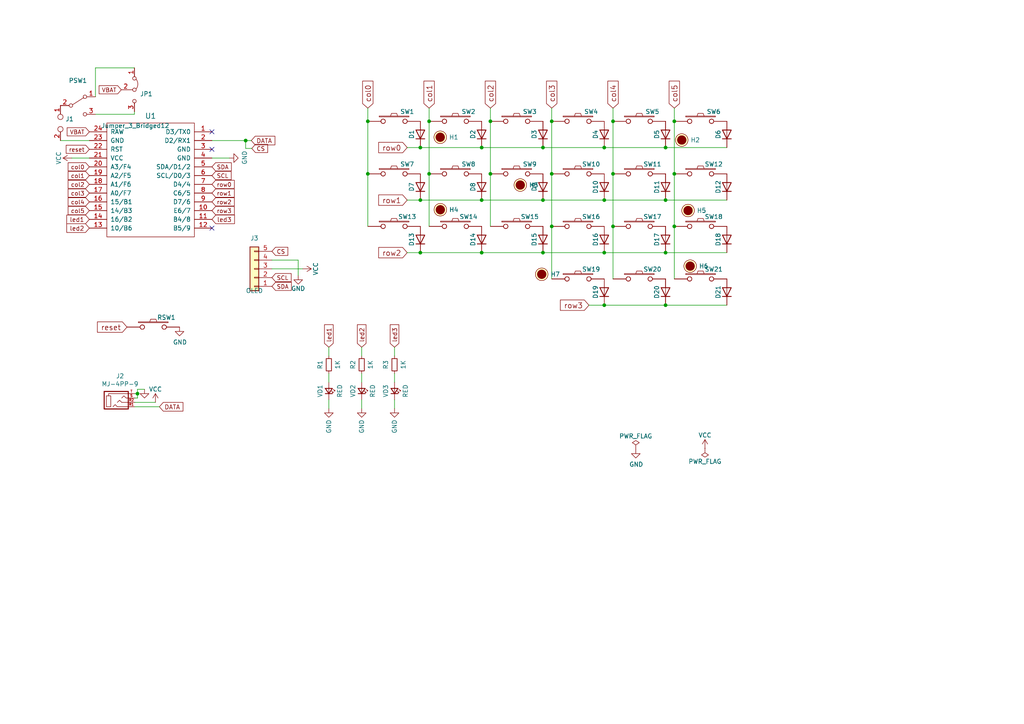
<source format=kicad_sch>
(kicad_sch (version 20250114) (generator "eeschema") (generator_version "9.0")
  (paper "A4")
  (title_block (title "fEnki") (date "2025-05-08") (rev "0.1") (company "Aroum"))
  (lib_symbols
    (symbol "Connector:TestPoint_2Pole" (pin_names (offset 0.762) (hide yes))
      (property "Reference" "TP" (at 0 1.524 0))
      (property "Value" "TestPoint_2Pole" (at 0 -1.778 0))
      (symbol "TestPoint_2Pole_0_1"
        (circle (center -1.778 0) (radius 0.762))
        (circle (center 1.778 0) (radius 0.762))
        (pin passive line (at -5.08 0 0) (length 2.54) (name "1") (number "1"))
        (pin passive line (at 5.08 0 180) (length 2.54) (name "2") (number "2"))
      )
    )
    (symbol "Connector_Generic:Conn_01x05" (pin_names (offset 1.016) (hide yes))
      (property "Reference" "J" (at 0 7.62 0))
      (property "Value" "Conn_01x05" (at 0 -7.62 0))
      (symbol "Conn_01x05_1_1"
        (rectangle (start -1.27 6.35) (end 1.27 -6.35) (stroke (width 0.254)) (fill (type background)))
        (rectangle (start -1.27 5.207) (end 0 4.953) (stroke (width 0.1524)))
        (rectangle (start -1.27 2.667) (end 0 2.413) (stroke (width 0.1524)))
        (rectangle (start -1.27 0.127) (end 0 -0.127) (stroke (width 0.1524)))
        (rectangle (start -1.27 -2.413) (end 0 -2.667) (stroke (width 0.1524)))
        (rectangle (start -1.27 -4.953) (end 0 -5.207) (stroke (width 0.1524)))
        (pin passive line (at -5.08 5.08 0) (length 3.81) (name "Pin_1") (number "1"))
        (pin passive line (at -5.08 2.54 0) (length 3.81) (name "Pin_2") (number "2"))
        (pin passive line (at -5.08 0 0) (length 3.81) (name "Pin_3") (number "3"))
        (pin passive line (at -5.08 -2.54 0) (length 3.81) (name "Pin_4") (number "4"))
        (pin passive line (at -5.08 -5.08 0) (length 3.81) (name "Pin_5") (number "5"))
      )
    )
    (symbol "Device:D" (pin_numbers (hide yes)) (pin_names (offset 1.016) (hide yes))
      (property "Reference" "D" (at 0 2.54 0))
      (property "Value" "D" (at 0 -2.54 0))
      (symbol "D_0_1"
        (polyline (pts (xy -1.27 1.27) (xy -1.27 -1.27)) (stroke (width 0.254)))
        (polyline (pts (xy 1.27 1.27) (xy 1.27 -1.27) (xy -1.27 0) (xy 1.27 1.27)) (stroke (width 0.254)))
        (polyline (pts (xy 1.27 0) (xy -1.27 0)))
      )
      (symbol "D_1_1"
        (pin passive line (at -3.81 0 0) (length 2.54) (name "K") (number "1"))
        (pin passive line (at 3.81 0 180) (length 2.54) (name "A") (number "2"))
      )
    )
    (symbol "Device:LED_Small" (pin_numbers (hide yes)) (pin_names (offset 0.254) (hide yes))
      (property "Reference" "D" (at -1.27 3.175 0))
      (property "Value" "LED_Small" (at -4.445 -2.54 0))
      (symbol "LED_Small_0_1"
        (polyline (pts (xy -0.762 -1.016) (xy -0.762 1.016)) (stroke (width 0.254)))
        (polyline (pts (xy 0 0.762) (xy -0.508 1.27) (xy -0.254 1.27) (xy -0.508 1.27) (xy -0.508 1.016)))
        (polyline (pts (xy 0.508 1.27) (xy 0 1.778) (xy 0.254 1.778) (xy 0 1.778) (xy 0 1.524)))
        (polyline (pts (xy 0.762 -1.016) (xy -0.762 0) (xy 0.762 1.016) (xy 0.762 -1.016)) (stroke (width 0.254)))
        (polyline (pts (xy 1.016 0) (xy -0.762 0)))
      )
      (symbol "LED_Small_1_1"
        (pin passive line (at -2.54 0 0) (length 1.778) (name "K") (number "1"))
        (pin passive line (at 2.54 0 180) (length 1.778) (name "A") (number "2"))
      )
    )
    (symbol "Device:R_Small" (pin_numbers (hide yes)) (pin_names (offset 0.254) (hide yes))
      (property "Reference" "R" (at 0.762 0.508 0))
      (property "Value" "R_Small" (at 0.762 -1.016 0))
      (symbol "R_Small_0_1"
        (rectangle (start -0.762 1.778) (end 0.762 -1.778) (stroke (width 0.2032)))
      )
      (symbol "R_Small_1_1"
        (pin passive line (at 0 2.54 270) (length 0.762) (name "~") (number "1"))
        (pin passive line (at 0 -2.54 90) (length 0.762) (name "~") (number "2"))
      )
    )
    (symbol "Jumper:Jumper_3_Bridged12" (pin_names (offset 0) (hide yes))
      (property "Reference" "JP" (at -2.54 -2.54 0))
      (property "Value" "Jumper_3_Bridged12" (at 0 2.794 0))
      (symbol "Jumper_3_Bridged12_0_0"
        (circle (center -3.302 0) (radius 0.508))
        (circle (center 0 0) (radius 0.508))
        (circle (center 3.302 0) (radius 0.508))
      )
      (symbol "Jumper_3_Bridged12_0_1"
        (arc (start -3.048 0.508) (mid -1.651 0.9912) (end -0.254 0.508))
        (polyline (pts (xy 0 -1.27) (xy 0 -0.508)))
      )
      (symbol "Jumper_3_Bridged12_1_1"
        (pin passive line (at -6.35 0 0) (length 2.54) (name "A") (number "1"))
        (pin passive line (at 0 -3.81 90) (length 2.54) (name "C") (number "2"))
        (pin passive line (at 6.35 0 180) (length 2.54) (name "B") (number "3"))
      )
    )
    (symbol "Switch:SW_SPDT" (pin_names (offset 0) (hide yes))
      (property "Reference" "SW" (at 0 4.318 0))
      (property "Value" "SW_SPDT" (at 0 -5.08 0))
      (symbol "SW_SPDT_0_0"
        (circle (center -2.032 0) (radius 0.508))
        (circle (center 2.032 -2.54) (radius 0.508))
      )
      (symbol "SW_SPDT_0_1"
        (polyline (pts (xy -1.524 0.254) (xy 1.651 2.286)))
        (circle (center 2.032 2.54) (radius 0.508))
      )
      (symbol "SW_SPDT_1_1"
        (pin passive line (at -5.08 0 0) (length 2.54) (name "B") (number "2"))
        (pin passive line (at 5.08 2.54 180) (length 2.54) (name "A") (number "1"))
        (pin passive line (at 5.08 -2.54 180) (length 2.54) (name "C") (number "3"))
      )
    )
    (symbol "enki_lib:MJ-4PP-9" (pin_names (offset 1.016))
      (property "Reference" "J1" (at 0.7874 7.0104 0))
      (property "Value" "MJ-4PP-9" (at 0.7874 4.699 0))
      (symbol "MJ-4PP-9_0_1"
        (polyline (pts (xy -2.54 1.27) (xy -2.54 1.905) (xy 3.175 1.905)))
        (rectangle (start -1.905 -1.905) (end -3.175 1.27))
        (polyline (pts (xy -1.27 -1.905) (xy -0.635 -1.27) (xy 0 -1.905) (xy 3.175 -1.905)))
        (polyline (pts (xy 0 -0.635) (xy 0.635 0) (xy 1.27 -0.635) (xy 3.175 -0.635)))
        (polyline (pts (xy 1.27 0.635) (xy 1.905 1.27) (xy 2.54 0.635) (xy 3.175 0.635)))
        (rectangle (start 3.175 2.54) (end -3.81 -2.54) (stroke (width 0.3048)))
      )
      (symbol "MJ-4PP-9_1_1"
        (pin input line (at 5.08 1.905 180) (length 2.0066) (name "~") (number "T"))
        (pin input line (at 5.08 0.635 180) (length 2.0066) (name "~") (number "S"))
        (pin input line (at 5.08 -0.635 180) (length 2.0066) (name "~") (number "R2"))
        (pin input line (at 5.08 -1.905 180) (length 2.0066) (name "~") (number "R1"))
      )
    )
    (symbol "kbd:Hole" (pin_names (offset 1.016))
      (property "Reference" "H" (at 0 0 0))
      (symbol "Hole_0_1"
        (circle (center 0 0) (radius 1.27) (fill (type outline)))
        (circle (center 0 0) (radius 1.8288) (fill (type background)))
      )
    )
    (symbol "kbd:Logo" (pin_names (offset 1.016))
      (property "Reference" "U" (at -0.254 1.778 0))
      (property "Value" "Logo" (at -0.254 0.254 0))
    )
    (symbol "kbd:ProMicro_r" (pin_names (offset 1.016))
      (property "Reference" "U" (at 1.27 22.86 0))
      (property "Value" "ProMicro_r" (at 1.27 -15.24 0))
      (symbol "ProMicro_r_0_1"
        (rectangle (start 13.97 20.32) (end -11.43 -12.7))
      )
      (symbol "ProMicro_r_1_1"
        (pin power_out line (at -16.51 17.78 0) (length 5.08) (name "RAW") (number "24"))
        (pin power_in line (at -16.51 15.24 0) (length 5.08) (name "GND") (number "23"))
        (pin input line (at -16.51 12.7 0) (length 5.08) (name "RST") (number "22"))
        (pin power_in line (at -16.51 10.16 0) (length 5.08) (name "VCC") (number "21"))
        (pin bidirectional line (at -16.51 7.62 0) (length 5.08) (name "A3/F4") (number "20"))
        (pin bidirectional line (at -16.51 5.08 0) (length 5.08) (name "A2/F5") (number "19"))
        (pin bidirectional line (at -16.51 2.54 0) (length 5.08) (name "A1/F6") (number "18"))
        (pin bidirectional line (at -16.51 0 0) (length 5.08) (name "A0/F7") (number "17"))
        (pin bidirectional line (at -16.51 -2.54 0) (length 5.08) (name "15/B1") (number "16"))
        (pin bidirectional line (at -16.51 -5.08 0) (length 5.08) (name "14/B3") (number "15"))
        (pin bidirectional line (at -16.51 -7.62 0) (length 5.08) (name "16/B2") (number "14"))
        (pin bidirectional line (at -16.51 -10.16 0) (length 5.08) (name "10/B6") (number "13"))
        (pin bidirectional line (at 19.05 17.78 180) (length 5.08) (name "D3/TX0") (number "1"))
        (pin bidirectional line (at 19.05 15.24 180) (length 5.08) (name "D2/RX1") (number "2"))
        (pin power_in line (at 19.05 12.7 180) (length 5.08) (name "GND") (number "3"))
        (pin power_in line (at 19.05 10.16 180) (length 5.08) (name "GND") (number "4"))
        (pin bidirectional line (at 19.05 7.62 180) (length 5.08) (name "SDA/D1/2") (number "5"))
        (pin bidirectional line (at 19.05 5.08 180) (length 5.08) (name "SCL/D0/3") (number "6"))
        (pin bidirectional line (at 19.05 2.54 180) (length 5.08) (name "D4/4") (number "7"))
        (pin bidirectional line (at 19.05 0 180) (length 5.08) (name "C6/5") (number "8"))
        (pin bidirectional line (at 19.05 -2.54 180) (length 5.08) (name "D7/6") (number "9"))
        (pin bidirectional line (at 19.05 -5.08 180) (length 5.08) (name "E6/7") (number "10"))
        (pin bidirectional line (at 19.05 -7.62 180) (length 5.08) (name "B4/8") (number "11"))
        (pin bidirectional line (at 19.05 -10.16 180) (length 5.08) (name "B5/9") (number "12"))
      )
    )
    (symbol "kbd:SW_PUSH" (pin_numbers (hide yes)) (pin_names (offset 1.016) (hide yes))
      (property "Reference" "SW" (at 3.81 2.794 0))
      (property "Value" "SW_PUSH" (at 0 -2.032 0))
      (symbol "SW_PUSH_0_1"
        (rectangle (start -4.318 1.27) (end 4.318 1.524))
        (polyline (pts (xy -1.016 1.524) (xy -0.762 2.286) (xy 0.762 2.286) (xy 1.016 1.524)))
        (pin passive inverted (at -7.62 0 0) (length 5.08) (name "1") (number "1"))
        (pin passive inverted (at 7.62 0 180) (length 5.08) (name "2") (number "2"))
      )
    )
    (symbol "power:GND" (power) (pin_names (offset 0))
      (property "Value" "GND" (at 0 -3.81 0))
      (symbol "GND_0_1"
        (polyline (pts (xy 0 0) (xy 0 -1.27) (xy 1.27 -1.27) (xy 0 -2.54) (xy -1.27 -1.27) (xy 0 -1.27)))
      )
      (symbol "GND_1_1"
        (pin power_in line (at 0 0 270) (length 0) (hide yes) (name "GND") (number "1"))
      )
    )
    (symbol "power:PWR_FLAG" (power) (pin_numbers (hide yes)) (pin_names (offset 0) (hide yes))
      (property "Value" "PWR_FLAG" (at 0 3.81 0))
      (symbol "PWR_FLAG_0_0"
        (pin power_out line (at 0 0 90) (length 0) (name "pwr") (number "1"))
      )
      (symbol "PWR_FLAG_0_1"
        (polyline (pts (xy 0 0) (xy 0 1.27) (xy -1.016 1.905) (xy 0 2.54) (xy 1.016 1.905) (xy 0 1.27)))
      )
    )
    (symbol "power:VCC" (power) (pin_names (offset 0))
      (property "Value" "VCC" (at 0 3.81 0))
      (symbol "VCC_0_1"
        (polyline (pts (xy -0.762 1.27) (xy 0 2.54)))
        (polyline (pts (xy 0 2.54) (xy 0.762 1.27)))
        (polyline (pts (xy 0 0) (xy 0 2.54)))
      )
      (symbol "VCC_1_1"
        (pin power_in line (at 0 0 90) (length 0) (hide yes) (name "VCC") (number "1"))
      )
    )
  )
  (junction (at 157.48 58.039))
  (junction (at 142.24 35.179))
  (junction (at 195.58 50.419))
  (junction (at 106.68 50.419))
  (junction (at 139.7 73.279))
  (junction (at 121.92 58.039))
  (junction (at 139.7 58.039))
  (junction (at 157.48 42.799))
  (junction (at 121.92 42.799))
  (junction (at 142.24 50.419))
  (junction (at 139.7 42.799))
  (junction (at 39.878 114.173))
  (junction (at 124.46 35.179))
  (junction (at 160.02 35.179))
  (junction (at 175.26 42.799))
  (junction (at 157.48 73.279))
  (junction (at 195.58 35.179))
  (junction (at 195.58 65.659))
  (junction (at 124.46 50.419))
  (junction (at 175.26 88.519))
  (junction (at 177.8 50.419))
  (junction (at 160.02 50.419))
  (junction (at 193.04 73.279))
  (junction (at 175.26 73.279))
  (junction (at 175.26 58.039))
  (junction (at 177.8 65.659))
  (junction (at 193.04 42.799))
  (junction (at 193.04 58.039))
  (junction (at 193.04 88.519))
  (junction (at 160.02 65.659))
  (junction (at 106.68 35.179))
  (junction (at 121.92 73.279))
  (junction (at 71.247 40.767))
  (junction (at 177.8 35.179))
  (no_connect (at 61.468 38.227))
  (no_connect (at 61.468 66.167))
  (no_connect (at 61.468 43.307))
  (wire (pts (xy 106.68 50.419) (xy 106.68 65.659)))
  (wire (pts (xy 38.989 33.147) (xy 38.989 32.385)))
  (wire (pts (xy 157.48 73.279) (xy 175.26 73.279)))
  (wire (pts (xy 195.58 31.369) (xy 195.58 35.179)))
  (wire (pts (xy 95.377 108.331) (xy 95.377 110.871)))
  (wire (pts (xy 139.7 58.039) (xy 157.48 58.039)))
  (wire (pts (xy 95.377 115.951) (xy 95.377 118.491)))
  (wire (pts (xy 39.116 114.173) (xy 39.878 114.173)))
  (wire (pts (xy 39.878 112.903) (xy 39.878 114.173)))
  (wire (pts (xy 175.26 42.799) (xy 193.04 42.799)))
  (wire (pts (xy 195.58 50.419) (xy 195.58 65.659)))
  (wire (pts (xy 160.02 35.179) (xy 160.02 50.419)))
  (wire (pts (xy 61.468 45.847) (xy 66.548 45.847)))
  (wire (pts (xy 124.46 31.369) (xy 124.46 35.179)))
  (wire (pts (xy 175.26 88.519) (xy 193.04 88.519)))
  (wire (pts (xy 157.48 58.039) (xy 175.26 58.039)))
  (wire (pts (xy 193.04 58.039) (xy 210.82 58.039)))
  (wire (pts (xy 160.02 65.659) (xy 160.02 80.899)))
  (wire (pts (xy 25.908 45.847) (xy 20.828 45.847)))
  (wire (pts (xy 121.92 42.799) (xy 139.7 42.799)))
  (wire (pts (xy 39.116 116.713) (xy 45.085 116.713)))
  (wire (pts (xy 118.11 42.799) (xy 121.92 42.799)))
  (wire (pts (xy 139.7 73.279) (xy 157.48 73.279)))
  (wire (pts (xy 114.427 115.951) (xy 114.427 118.491)))
  (wire (pts (xy 195.58 65.659) (xy 195.58 80.899)))
  (wire (pts (xy 193.04 88.519) (xy 210.82 88.519)))
  (wire (pts (xy 124.46 50.419) (xy 124.46 65.659)))
  (wire (pts (xy 114.427 108.331) (xy 114.427 110.871)))
  (wire (pts (xy 177.8 65.659) (xy 177.8 80.899)))
  (wire (pts (xy 78.867 77.978) (xy 87.757 77.978)))
  (wire (pts (xy 193.04 73.279) (xy 210.82 73.279)))
  (wire (pts (xy 118.11 58.039) (xy 121.92 58.039)))
  (wire (pts (xy 39.878 114.173) (xy 39.878 115.443)))
  (wire (pts (xy 114.427 100.711) (xy 114.427 103.251)))
  (wire (pts (xy 104.902 115.951) (xy 104.902 118.491)))
  (wire (pts (xy 73.025 43.053) (xy 71.247 43.053)))
  (wire (pts (xy 195.58 35.179) (xy 195.58 50.419)))
  (wire (pts (xy 86.487 79.883) (xy 86.487 75.438)))
  (wire (pts (xy 61.468 40.767) (xy 71.247 40.767)))
  (wire (pts (xy 142.24 35.179) (xy 142.24 50.419)))
  (wire (pts (xy 160.02 31.369) (xy 160.02 35.179)))
  (wire (pts (xy 27.686 19.685) (xy 27.686 28.067)))
  (wire (pts (xy 95.377 100.711) (xy 95.377 103.251)))
  (wire (pts (xy 121.92 73.279) (xy 139.7 73.279)))
  (wire (pts (xy 175.26 58.039) (xy 193.04 58.039)))
  (wire (pts (xy 106.68 31.369) (xy 106.68 35.179)))
  (wire (pts (xy 39.116 115.443) (xy 39.878 115.443)))
  (wire (pts (xy 71.247 43.053) (xy 71.247 40.767)))
  (wire (pts (xy 177.8 50.419) (xy 177.8 65.659)))
  (wire (pts (xy 104.902 108.331) (xy 104.902 110.871)))
  (wire (pts (xy 27.686 33.147) (xy 38.989 33.147)))
  (wire (pts (xy 175.26 73.279) (xy 193.04 73.279)))
  (wire (pts (xy 118.11 73.279) (xy 121.92 73.279)))
  (wire (pts (xy 142.24 50.419) (xy 142.24 65.659)))
  (wire (pts (xy 86.487 75.438) (xy 78.867 75.438)))
  (wire (pts (xy 25.908 40.767) (xy 17.526 40.767)))
  (wire (pts (xy 170.815 88.519) (xy 175.26 88.519)))
  (wire (pts (xy 142.24 31.369) (xy 142.24 35.179)))
  (wire (pts (xy 160.02 50.419) (xy 160.02 65.659)))
  (wire (pts (xy 121.92 58.039) (xy 139.7 58.039)))
  (wire (pts (xy 71.247 40.767) (xy 72.898 40.767)))
  (wire (pts (xy 193.04 42.799) (xy 210.82 42.799)))
  (wire (pts (xy 124.46 35.179) (xy 124.46 50.419)))
  (wire (pts (xy 139.7 42.799) (xy 157.48 42.799)))
  (wire (pts (xy 177.8 31.369) (xy 177.8 35.179)))
  (wire (pts (xy 177.8 35.179) (xy 177.8 50.419)))
  (wire (pts (xy 157.48 42.799) (xy 175.26 42.799)))
  (wire (pts (xy 41.91 112.903) (xy 39.878 112.903)))
  (wire (pts (xy 106.68 35.179) (xy 106.68 50.419)))
  (wire (pts (xy 104.902 100.711) (xy 104.902 103.251)))
  (wire (pts (xy 39.116 117.983) (xy 46.228 117.983)))
  (wire (pts (xy 27.686 19.685) (xy 38.989 19.685)))
  (global_label "col4" (shape input) (at 25.908 58.547 180) (effects (font (size 1.1938 1.1938))) (property "Intersheetrefs" "${INTERSHEET_REFS}" (effects (hide yes))))
  (global_label "CS" (shape input) (at 73.025 43.053 0) (effects (font (size 1.1938 1.1938))) (property "Intersheetrefs" "${INTERSHEET_REFS}" (effects (hide yes))))
  (global_label "row3" (shape input) (at 170.815 88.519 180) (effects (font (size 1.524 1.524))) (property "Intersheetrefs" "${INTERSHEET_REFS}" (effects (hide yes))))
  (global_label "row1" (shape input) (at 118.11 58.039 180) (effects (font (size 1.524 1.524))) (property "Intersheetrefs" "${INTERSHEET_REFS}" (effects (hide yes))))
  (global_label "row2" (shape input) (at 61.468 58.547 0) (effects (font (size 1.1938 1.1938))) (property "Intersheetrefs" "${INTERSHEET_REFS}" (effects (hide yes))))
  (global_label "led1" (shape input) (at 95.377 100.711 90) (property "Intersheetrefs" "${INTERSHEET_REFS}" (effects (hide yes))))
  (global_label "col3" (shape input) (at 160.02 31.369 90) (effects (font (size 1.524 1.524))) (property "Intersheetrefs" "${INTERSHEET_REFS}" (effects (hide yes))))
  (global_label "col0" (shape input) (at 25.908 48.387 180) (effects (font (size 1.1938 1.1938))) (property "Intersheetrefs" "${INTERSHEET_REFS}" (effects (hide yes))))
  (global_label "col0" (shape input) (at 106.68 31.369 90) (effects (font (size 1.524 1.524))) (property "Intersheetrefs" "${INTERSHEET_REFS}" (effects (hide yes))))
  (global_label "col5" (shape input) (at 195.58 31.369 90) (effects (font (size 1.524 1.524))) (property "Intersheetrefs" "${INTERSHEET_REFS}" (effects (hide yes))))
  (global_label "DATA" (shape input) (at 72.898 40.767 0) (property "Intersheetrefs" "${INTERSHEET_REFS}" (effects (hide yes))))
  (global_label "SCL" (shape input) (at 78.867 80.518 0) (effects (font (size 1.1938 1.1938))) (property "Intersheetrefs" "${INTERSHEET_REFS}" (effects (hide yes))))
  (global_label "row2" (shape input) (at 118.11 73.279 180) (effects (font (size 1.524 1.524))) (property "Intersheetrefs" "${INTERSHEET_REFS}" (effects (hide yes))))
  (global_label "col1" (shape input) (at 25.908 50.927 180) (effects (font (size 1.1938 1.1938))) (property "Intersheetrefs" "${INTERSHEET_REFS}" (effects (hide yes))))
  (global_label "row3" (shape input) (at 61.468 61.087 0) (effects (font (size 1.1938 1.1938))) (property "Intersheetrefs" "${INTERSHEET_REFS}" (effects (hide yes))))
  (global_label "col1" (shape input) (at 124.46 31.369 90) (effects (font (size 1.524 1.524))) (property "Intersheetrefs" "${INTERSHEET_REFS}" (effects (hide yes))))
  (global_label "col4" (shape input) (at 177.8 31.369 90) (effects (font (size 1.524 1.524))) (property "Intersheetrefs" "${INTERSHEET_REFS}" (effects (hide yes))))
  (global_label "VBAT" (shape input) (at 25.908 38.227 180) (effects (font (size 1.1938 1.1938))) (property "Intersheetrefs" "${INTERSHEET_REFS}" (effects (hide yes))))
  (global_label "row1" (shape input) (at 61.468 56.007 0) (effects (font (size 1.1938 1.1938))) (property "Intersheetrefs" "${INTERSHEET_REFS}" (effects (hide yes))))
  (global_label "DATA" (shape input) (at 46.228 117.983 0) (property "Intersheetrefs" "${INTERSHEET_REFS}" (effects (hide yes))))
  (global_label "reset" (shape input) (at 25.908 43.307 180) (effects (font (size 1.1938 1.1938))) (property "Intersheetrefs" "${INTERSHEET_REFS}" (effects (hide yes))))
  (global_label "SDA" (shape input) (at 78.867 83.058 0) (effects (font (size 1.1938 1.1938))) (property "Intersheetrefs" "${INTERSHEET_REFS}" (effects (hide yes))))
  (global_label "led3" (shape input) (at 61.468 63.627 0) (property "Intersheetrefs" "${INTERSHEET_REFS}" (effects (hide yes))))
  (global_label "SDA" (shape input) (at 61.468 48.387 0) (effects (font (size 1.1938 1.1938))) (property "Intersheetrefs" "${INTERSHEET_REFS}" (effects (hide yes))))
  (global_label "col2" (shape input) (at 142.24 31.369 90) (effects (font (size 1.524 1.524))) (property "Intersheetrefs" "${INTERSHEET_REFS}" (effects (hide yes))))
  (global_label "VBAT" (shape input) (at 35.179 26.035 180) (effects (font (size 1.1938 1.1938))) (property "Intersheetrefs" "${INTERSHEET_REFS}" (effects (hide yes))))
  (global_label "led3" (shape input) (at 114.427 100.711 90) (property "Intersheetrefs" "${INTERSHEET_REFS}" (effects (hide yes))))
  (global_label "row0" (shape input) (at 61.468 53.467 0) (effects (font (size 1.1938 1.1938))) (property "Intersheetrefs" "${INTERSHEET_REFS}" (effects (hide yes))))
  (global_label "led1" (shape input) (at 25.908 63.627 180) (property "Intersheetrefs" "${INTERSHEET_REFS}" (effects (hide yes))))
  (global_label "row0" (shape input) (at 118.11 42.799 180) (effects (font (size 1.524 1.524))) (property "Intersheetrefs" "${INTERSHEET_REFS}" (effects (hide yes))))
  (global_label "CS" (shape input) (at 78.867 72.898 0) (effects (font (size 1.1938 1.1938))) (property "Intersheetrefs" "${INTERSHEET_REFS}" (effects (hide yes))))
  (global_label "led2" (shape input) (at 104.902 100.711 90) (property "Intersheetrefs" "${INTERSHEET_REFS}" (effects (hide yes))))
  (global_label "reset" (shape input) (at 36.83 94.869 180) (effects (font (size 1.524 1.524))) (property "Intersheetrefs" "${INTERSHEET_REFS}" (effects (hide yes))))
  (global_label "SCL" (shape input) (at 61.468 50.927 0) (effects (font (size 1.1938 1.1938))) (property "Intersheetrefs" "${INTERSHEET_REFS}" (effects (hide yes))))
  (global_label "led2" (shape input) (at 25.908 66.167 180) (property "Intersheetrefs" "${INTERSHEET_REFS}" (effects (hide yes))))
  (global_label "col2" (shape input) (at 25.908 53.467 180) (effects (font (size 1.1938 1.1938))) (property "Intersheetrefs" "${INTERSHEET_REFS}" (effects (hide yes))))
  (global_label "col5" (shape input) (at 25.908 61.087 180) (effects (font (size 1.1938 1.1938))) (property "Intersheetrefs" "${INTERSHEET_REFS}" (effects (hide yes))))
  (global_label "col3" (shape input) (at 25.908 56.007 180) (effects (font (size 1.1938 1.1938))) (property "Intersheetrefs" "${INTERSHEET_REFS}" (effects (hide yes))))
  (symbol (lib_id "power:VCC") (at 204.47 130.048 0) (unit 1)
    (property "Reference" "#PWR011" (effects (hide yes)))
    (property "Value" "VCC" (at 204.47 126.238 0))
  )
  (symbol (lib_id "power:PWR_FLAG") (at 204.47 130.048 180) (unit 1)
    (property "Reference" "#FLG01" (effects (hide yes)))
    (property "Value" "PWR_FLAG" (at 204.47 133.858 0))
  )
  (symbol (lib_id "kbd:SW_PUSH") (at 44.45 94.869 0) (unit 1)
    (property "Reference" "RSW1" (at 48.26 92.075 0))
    (property "Value" "SW_PUSH" (effects (hide yes)))
    (property "Footprint" "enki_lib:SW_3x4x2_2legs" (effects (hide yes)))
  )
  (symbol (lib_id "kbd:Logo") (at 84.8614 89.6874 0) (unit 1)
    (property "Reference" "logo1" (effects (hide yes)))
    (property "Value" "Logo" (effects (hide yes)))
    (property "Footprint" "enki_lib:Logo_Enki42_mini" (effects (hide yes)))
  )
  (symbol (lib_id "kbd:ProMicro_r") (at 42.418 56.007 0) (unit 1)
    (property "Reference" "U1" (at 43.688 33.6296 0) (effects (font (size 1.524 1.524))))
    (property "Value" "ProMicro_r" (effects (hide yes)))
    (property "Footprint" "enki_lib:ProMicro_v4" (effects (hide yes)))
  )
  (symbol (lib_id "power:VCC") (at 20.828 45.847 90) (unit 1)
    (property "Reference" "#PWR01" (effects (hide yes)))
    (property "Value" "VCC" (at 17.018 45.847 0))
  )
  (symbol (lib_id "Switch:SW_SPDT") (at 22.606 30.607 0) (unit 1)
    (property "Reference" "PSW1" (at 22.606 23.368 0))
    (property "Value" "SW_SPDT" (effects (hide yes)))
    (property "Footprint" "enki_lib:switch_MSK-12C02_smd" (effects (hide yes)))
  )
  (symbol (lib_id "power:PWR_FLAG") (at 184.404 130.302 0) (unit 1)
    (property "Reference" "#FLG02" (effects (hide yes)))
    (property "Value" "PWR_FLAG" (at 184.404 126.492 0))
  )
  (symbol (lib_id "power:GND") (at 184.404 130.302 0) (unit 1)
    (property "Reference" "#PWR012" (effects (hide yes)))
    (property "Value" "GND" (at 184.531 134.6962 0))
  )
  (symbol (lib_id "power:GND") (at 52.07 94.869 0) (unit 1)
    (property "Reference" "#PWR07" (effects (hide yes)))
    (property "Value" "GND" (at 52.197 99.2632 0))
  )
  (symbol (lib_id "power:GND") (at 66.548 45.847 90) (unit 1)
    (property "Reference" "#PWR02" (effects (hide yes)))
    (property "Value" "GND" (at 70.9422 45.72 0))
  )
  (symbol (lib_id "Connector:TestPoint_2Pole") (at 17.526 35.687 270) (unit 1)
    (property "Reference" "J1" (at 18.9992 34.5186 90) (effects (justify left)))
    (property "Value" "TestPoint_2Pole" (effects (hide yes)))
    (property "Footprint" "enki_lib:battery_conn" (effects (hide yes)))
  )
  (symbol (lib_id "kbd:Hole") (at 157.1244 79.5528 0) (unit 1)
    (property "Reference" "H7" (at 159.6644 79.5528 0) (effects (justify left)))
    (property "Value" "Hole" (effects (hide yes)))
    (property "Footprint" "enki_lib:HOLE" (effects (hide yes)))
  )
  (symbol (lib_id "Device:D") (at 175.26 54.229 90) (unit 1)
    (property "Reference" "D10" (at 172.72 54.229 0))
    (property "Value" "D" (effects (hide yes)))
    (property "Footprint" "enki_lib:D_SOD-323_HandSoldering" (effects (hide yes)))
  )
  (symbol (lib_id "kbd:SW_PUSH") (at 185.42 80.899 0) (unit 1)
    (property "Reference" "SW20" (at 189.23 78.105 0))
    (property "Value" "SW_PUSH" (effects (hide yes)))
    (property "Footprint" "enki_lib:ChocV1_topor" (effects (hide yes)))
  )
  (symbol (lib_id "kbd:Hole") (at 199.5678 61.0616 0) (unit 1)
    (property "Reference" "H5" (at 202.1078 61.0616 0) (effects (justify left)))
    (property "Value" "Hole" (effects (hide yes)))
    (property "Footprint" "enki_lib:HOLE" (effects (hide yes)))
  )
  (symbol (lib_id "kbd:SW_PUSH") (at 167.64 50.419 0) (unit 1)
    (property "Reference" "SW10" (at 171.45 47.625 0))
    (property "Value" "SW_PUSH" (effects (hide yes)))
    (property "Footprint" "enki_lib:ChocV1_topor" (effects (hide yes)))
  )
  (symbol (lib_id "kbd:SW_PUSH") (at 203.2 35.179 0) (unit 1)
    (property "Reference" "SW6" (at 207.01 32.385 0))
    (property "Value" "SW_PUSH" (effects (hide yes)))
    (property "Footprint" "enki_lib:ChocV1_topor" (effects (hide yes)))
  )
  (symbol (lib_id "kbd:Hole") (at 197.739 40.6146 0) (unit 1)
    (property "Reference" "H2" (at 200.279 40.6146 0) (effects (justify left)))
    (property "Value" "Hole" (effects (hide yes)))
    (property "Footprint" "enki_lib:HOLE" (effects (hide yes)))
  )
  (symbol (lib_id "kbd:SW_PUSH") (at 167.64 35.179 0) (unit 1)
    (property "Reference" "SW4" (at 171.45 32.385 0))
    (property "Value" "SW_PUSH" (effects (hide yes)))
    (property "Footprint" "enki_lib:ChocV1_topor" (effects (hide yes)))
  )
  (symbol (lib_id "kbd:SW_PUSH") (at 132.08 50.419 0) (unit 1)
    (property "Reference" "SW8" (at 135.89 47.625 0))
    (property "Value" "SW_PUSH" (effects (hide yes)))
    (property "Footprint" "enki_lib:ChocV1_topor" (effects (hide yes)))
  )
  (symbol (lib_id "Device:D") (at 210.82 54.229 90) (unit 1)
    (property "Reference" "D12" (at 208.28 54.229 0))
    (property "Value" "D" (effects (hide yes)))
    (property "Footprint" "enki_lib:D_SOD-323_HandSoldering" (effects (hide yes)))
  )
  (symbol (lib_id "power:VCC") (at 45.085 116.713 0) (unit 1)
    (property "Reference" "#PWR014" (effects (hide yes)))
    (property "Value" "VCC" (at 45.085 112.903 0))
  )
  (symbol (lib_id "Device:D") (at 193.04 38.989 90) (unit 1)
    (property "Reference" "D5" (at 190.5 38.989 0))
    (property "Value" "D" (effects (hide yes)))
    (property "Footprint" "enki_lib:D_SOD-323_HandSoldering" (effects (hide yes)))
  )
  (symbol (lib_id "Device:D") (at 157.48 69.469 90) (unit 1)
    (property "Reference" "D15" (at 154.94 69.469 0))
    (property "Value" "D" (effects (hide yes)))
    (property "Footprint" "enki_lib:D_SOD-323_HandSoldering" (effects (hide yes)))
  )
  (symbol (lib_id "kbd:SW_PUSH") (at 114.3 50.419 0) (unit 1)
    (property "Reference" "SW7" (at 118.11 47.625 0))
    (property "Value" "SW_PUSH" (effects (hide yes)))
    (property "Footprint" "enki_lib:ChocV1_topor" (effects (hide yes)))
  )
  (symbol (lib_id "Device:D") (at 157.48 54.229 90) (unit 1)
    (property "Reference" "D9" (at 154.94 54.229 0))
    (property "Value" "D" (effects (hide yes)))
    (property "Footprint" "enki_lib:D_SOD-323_HandSoldering" (effects (hide yes)))
  )
  (symbol (lib_id "Device:R_Small") (at 114.427 105.791 0) (unit 1)
    (property "Reference" "R3" (at 111.887 105.791 90))
    (property "Value" "1K" (at 116.967 105.791 90))
    (property "Footprint" "didSwitch:R_0603_1608Metric_rev" (effects (hide yes)))
  )
  (symbol (lib_id "kbd:SW_PUSH") (at 167.64 80.899 0) (unit 1)
    (property "Reference" "SW19" (at 171.45 78.105 0))
    (property "Value" "SW_PUSH" (effects (hide yes)))
    (property "Footprint" "enki_lib:ChocV1_topor" (effects (hide yes)))
  )
  (symbol (lib_id "kbd:SW_PUSH") (at 203.2 65.659 0) (unit 1)
    (property "Reference" "SW18" (at 207.01 62.865 0))
    (property "Value" "SW_PUSH" (effects (hide yes)))
    (property "Footprint" "enki_lib:ChocV1_topor" (effects (hide yes)))
  )
  (symbol (lib_id "Device:D") (at 193.04 69.469 90) (unit 1)
    (property "Reference" "D17" (at 190.5 69.469 0))
    (property "Value" "D" (effects (hide yes)))
    (property "Footprint" "enki_lib:D_SOD-323_HandSoldering" (effects (hide yes)))
  )
  (symbol (lib_id "Device:D") (at 139.7 54.229 90) (unit 1)
    (property "Reference" "D8" (at 137.16 54.229 0))
    (property "Value" "D" (effects (hide yes)))
    (property "Footprint" "enki_lib:D_SOD-323_HandSoldering" (effects (hide yes)))
  )
  (symbol (lib_id "kbd:Hole") (at 200.1774 77.1906 0) (unit 1)
    (property "Reference" "H6" (at 202.7174 77.1906 0) (effects (justify left)))
    (property "Value" "Hole" (effects (hide yes)))
    (property "Footprint" "enki_lib:HOLE" (effects (hide yes)))
  )
  (symbol (lib_id "Device:LED_Small") (at 114.427 113.411 270) (mirror x) (unit 1)
    (property "Reference" "VD3" (at 111.887 113.411 0))
    (property "Value" "RED" (at 117.602 113.411 0))
    (property "Footprint" "didSwitch:LED_0603_1608Metric+1.8Е_THT_rev" (effects (hide yes)))
  )
  (symbol (lib_id "Jumper:Jumper_3_Bridged12") (at 38.989 26.035 270) (unit 1)
    (property "Reference" "JP1" (at 40.6152 27.2471 90) (effects (justify left)))
    (property "Value" "Jumper_3_Bridged12" (at 29.337 36.449 90) (effects (justify left)))
  )
  (symbol (lib_id "kbd:SW_PUSH") (at 203.2 50.419 0) (unit 1)
    (property "Reference" "SW12" (at 207.01 47.625 0))
    (property "Value" "SW_PUSH" (effects (hide yes)))
    (property "Footprint" "enki_lib:ChocV1_topor" (effects (hide yes)))
  )
  (symbol (lib_id "kbd:Hole") (at 127.7112 60.833 0) (unit 1)
    (property "Reference" "H4" (at 130.2512 60.833 0) (effects (justify left)))
    (property "Value" "Hole" (effects (hide yes)))
    (property "Footprint" "enki_lib:HOLE" (effects (hide yes)))
  )
  (symbol (lib_id "Device:R_Small") (at 95.377 105.791 0) (unit 1)
    (property "Reference" "R1" (at 92.837 105.791 90))
    (property "Value" "1K" (at 97.917 105.791 90))
    (property "Footprint" "didSwitch:R_0603_1608Metric_rev" (effects (hide yes)))
  )
  (symbol (lib_id "kbd:SW_PUSH") (at 132.08 65.659 0) (unit 1)
    (property "Reference" "SW14" (at 135.89 62.865 0))
    (property "Value" "SW_PUSH" (effects (hide yes)))
    (property "Footprint" "enki_lib:ChocV1_topor" (effects (hide yes)))
  )
  (symbol (lib_id "kbd:SW_PUSH") (at 149.86 50.419 0) (unit 1)
    (property "Reference" "SW9" (at 153.67 47.625 0))
    (property "Value" "SW_PUSH" (effects (hide yes)))
    (property "Footprint" "enki_lib:ChocV1_topor" (effects (hide yes)))
  )
  (symbol (lib_id "Device:R_Small") (at 104.902 105.791 0) (unit 1)
    (property "Reference" "R2" (at 102.362 105.791 90))
    (property "Value" "1K" (at 107.442 105.791 90))
    (property "Footprint" "didSwitch:R_0603_1608Metric_rev" (effects (hide yes)))
  )
  (symbol (lib_id "power:GND") (at 95.377 118.491 0) (unit 1)
    (property "Reference" "#PWR08" (effects (hide yes)))
    (property "Value" "GND" (at 95.3771 121.666 90) (effects (justify right)))
  )
  (symbol (lib_id "Device:D") (at 193.04 84.709 90) (unit 1)
    (property "Reference" "D20" (at 190.5 84.709 0))
    (property "Value" "D" (effects (hide yes)))
    (property "Footprint" "enki_lib:D_SOD-323_HandSoldering" (effects (hide yes)))
  )
  (symbol (lib_id "kbd:SW_PUSH") (at 185.42 50.419 0) (unit 1)
    (property "Reference" "SW11" (at 189.23 47.625 0))
    (property "Value" "SW_PUSH" (effects (hide yes)))
    (property "Footprint" "enki_lib:ChocV1_topor" (effects (hide yes)))
  )
  (symbol (lib_id "Device:D") (at 210.82 84.709 90) (unit 1)
    (property "Reference" "D21" (at 208.28 84.709 0))
    (property "Value" "D" (effects (hide yes)))
    (property "Footprint" "enki_lib:D_SOD-323_HandSoldering" (effects (hide yes)))
  )
  (symbol (lib_id "Device:D") (at 175.26 69.469 90) (unit 1)
    (property "Reference" "D16" (at 172.72 69.469 0))
    (property "Value" "D" (effects (hide yes)))
    (property "Footprint" "enki_lib:D_SOD-323_HandSoldering" (effects (hide yes)))
  )
  (symbol (lib_id "Device:D") (at 193.04 54.229 90) (unit 1)
    (property "Reference" "D11" (at 190.5 54.229 0))
    (property "Value" "D" (effects (hide yes)))
    (property "Footprint" "enki_lib:D_SOD-323_HandSoldering" (effects (hide yes)))
  )
  (symbol (lib_id "Device:LED_Small") (at 104.902 113.411 270) (mirror x) (unit 1)
    (property "Reference" "VD2" (at 102.362 113.411 0))
    (property "Value" "RED" (at 108.077 113.411 0))
    (property "Footprint" "didSwitch:LED_0603_1608Metric+1.8Е_THT_rev" (effects (hide yes)))
  )
  (symbol (lib_id "Device:D") (at 210.82 69.469 90) (unit 1)
    (property "Reference" "D18" (at 208.28 69.469 0))
    (property "Value" "D" (effects (hide yes)))
    (property "Footprint" "enki_lib:D_SOD-323_HandSoldering" (effects (hide yes)))
  )
  (symbol (lib_id "Connector_Generic:Conn_01x05") (at 73.787 77.978 180) (unit 1)
    (property "Reference" "J3" (at 73.787 69.088 0))
    (property "Value" "OLED" (at 73.787 84.328 0))
    (property "Footprint" "nice_view:nice_view_1side" (effects (hide yes)))
  )
  (symbol (lib_id "enki_lib:MJ-4PP-9") (at 34.036 116.078 0) (unit 1)
    (property "Reference" "J2" (at 34.8234 109.0676 0))
    (property "Value" "MJ-4PP-9" (at 34.8234 111.379 0))
    (property "Footprint" "enki_lib:MJ-4PP-9_dual" (effects (hide yes)))
  )
  (symbol (lib_id "kbd:SW_PUSH") (at 132.08 35.179 0) (unit 1)
    (property "Reference" "SW2" (at 135.89 32.385 0))
    (property "Value" "SW_PUSH" (effects (hide yes)))
    (property "Footprint" "enki_lib:ChocV1_topor" (effects (hide yes)))
  )
  (symbol (lib_id "kbd:SW_PUSH") (at 185.42 65.659 0) (unit 1)
    (property "Reference" "SW17" (at 189.23 62.865 0))
    (property "Value" "SW_PUSH" (effects (hide yes)))
    (property "Footprint" "enki_lib:ChocV1_topor" (effects (hide yes)))
  )
  (symbol (lib_id "kbd:SW_PUSH") (at 149.86 35.179 0) (unit 1)
    (property "Reference" "SW3" (at 153.67 32.385 0))
    (property "Value" "SW_PUSH" (effects (hide yes)))
    (property "Footprint" "enki_lib:ChocV1_topor" (effects (hide yes)))
  )
  (symbol (lib_id "power:VCC") (at 87.757 77.978 270) (unit 1)
    (property "Reference" "#PWR03" (effects (hide yes)))
    (property "Value" "VCC" (at 91.567 77.978 0))
  )
  (symbol (lib_id "kbd:SW_PUSH") (at 149.86 65.659 0) (unit 1)
    (property "Reference" "SW15" (at 153.67 62.865 0))
    (property "Value" "SW_PUSH" (effects (hide yes)))
    (property "Footprint" "enki_lib:ChocV1_topor" (effects (hide yes)))
  )
  (symbol (lib_id "Device:D") (at 139.7 69.469 90) (unit 1)
    (property "Reference" "D14" (at 137.16 69.469 0))
    (property "Value" "D" (effects (hide yes)))
    (property "Footprint" "enki_lib:D_SOD-323_HandSoldering" (effects (hide yes)))
  )
  (symbol (lib_id "kbd:SW_PUSH") (at 114.3 35.179 0) (unit 1)
    (property "Reference" "SW1" (at 118.11 32.385 0))
    (property "Value" "SW_PUSH" (effects (hide yes)))
    (property "Footprint" "enki_lib:ChocV1_topor" (effects (hide yes)))
  )
  (symbol (lib_id "kbd:Hole") (at 150.9014 53.6702 0) (unit 1)
    (property "Reference" "H3" (at 153.4414 53.6702 0) (effects (justify left)))
    (property "Value" "Hole" (effects (hide yes)))
    (property "Footprint" "enki_lib:HOLE" (effects (hide yes)))
  )
  (symbol (lib_id "Device:D") (at 139.7 38.989 90) (unit 1)
    (property "Reference" "D2" (at 137.16 38.989 0))
    (property "Value" "D" (effects (hide yes)))
    (property "Footprint" "enki_lib:D_SOD-323_HandSoldering" (effects (hide yes)))
  )
  (symbol (lib_id "kbd:SW_PUSH") (at 167.64 65.659 0) (unit 1)
    (property "Reference" "SW16" (at 171.45 62.865 0))
    (property "Value" "SW_PUSH" (effects (hide yes)))
    (property "Footprint" "enki_lib:ChocV1_topor" (effects (hide yes)))
  )
  (symbol (lib_id "power:GND") (at 86.487 79.883 0) (unit 1)
    (property "Reference" "#PWR05" (effects (hide yes)))
    (property "Value" "GND" (at 86.487 83.693 0))
  )
  (symbol (lib_id "kbd:SW_PUSH") (at 185.42 35.179 0) (unit 1)
    (property "Reference" "SW5" (at 189.23 32.385 0))
    (property "Value" "SW_PUSH" (effects (hide yes)))
    (property "Footprint" "enki_lib:ChocV1_topor" (effects (hide yes)))
  )
  (symbol (lib_id "power:GND") (at 104.902 118.491 0) (unit 1)
    (property "Reference" "#PWR09" (effects (hide yes)))
    (property "Value" "GND" (at 104.9021 121.666 90) (effects (justify right)))
  )
  (symbol (lib_id "power:GND") (at 114.427 118.491 0) (unit 1)
    (property "Reference" "#PWR010" (effects (hide yes)))
    (property "Value" "GND" (at 114.4271 121.666 90) (effects (justify right)))
  )
  (symbol (lib_id "Device:D") (at 210.82 38.989 90) (unit 1)
    (property "Reference" "D6" (at 208.28 38.989 0))
    (property "Value" "D" (effects (hide yes)))
    (property "Footprint" "enki_lib:D_SOD-323_HandSoldering" (effects (hide yes)))
  )
  (symbol (lib_id "kbd:SW_PUSH") (at 203.2 80.899 0) (unit 1)
    (property "Reference" "SW21" (at 207.01 78.105 0))
    (property "Value" "SW_PUSH" (effects (hide yes)))
    (property "Footprint" "enki_lib:ChocV1_topor" (effects (hide yes)))
  )
  (symbol (lib_id "Device:D") (at 121.92 69.469 90) (unit 1)
    (property "Reference" "D13" (at 119.38 69.469 0))
    (property "Value" "D" (effects (hide yes)))
    (property "Footprint" "enki_lib:D_SOD-323_HandSoldering" (effects (hide yes)))
  )
  (symbol (lib_id "kbd:Hole") (at 127.6858 39.8018 0) (unit 1)
    (property "Reference" "H1" (at 130.2258 39.8018 0) (effects (justify left)))
    (property "Value" "Hole" (effects (hide yes)))
    (property "Footprint" "enki_lib:HOLE" (effects (hide yes)))
  )
  (symbol (lib_id "power:GND") (at 41.91 112.903 0) (unit 1)
    (property "Reference" "#PWR013" (effects (hide yes)))
    (property "Value" "GND" (effects (hide yes)))
  )
  (symbol (lib_id "Device:D") (at 175.26 84.709 90) (unit 1)
    (property "Reference" "D19" (at 172.72 84.709 0))
    (property "Value" "D" (effects (hide yes)))
    (property "Footprint" "enki_lib:D_SOD-323_HandSoldering" (effects (hide yes)))
  )
  (symbol (lib_id "Device:D") (at 175.26 38.989 90) (unit 1)
    (property "Reference" "D4" (at 172.72 38.989 0))
    (property "Value" "D" (effects (hide yes)))
    (property "Footprint" "enki_lib:D_SOD-323_HandSoldering" (effects (hide yes)))
  )
  (symbol (lib_id "Device:LED_Small") (at 95.377 113.411 270) (mirror x) (unit 1)
    (property "Reference" "VD1" (at 92.837 113.411 0))
    (property "Value" "RED" (at 98.552 113.411 0))
    (property "Footprint" "didSwitch:LED_0603_1608Metric+1.8Е_THT_rev" (effects (hide yes)))
  )
  (symbol (lib_id "Device:D") (at 157.48 38.989 90) (unit 1)
    (property "Reference" "D3" (at 154.94 38.989 0))
    (property "Value" "D" (effects (hide yes)))
    (property "Footprint" "enki_lib:D_SOD-323_HandSoldering" (effects (hide yes)))
  )
  (symbol (lib_id "Device:D") (at 121.92 54.229 90) (unit 1)
    (property "Reference" "D7" (at 119.38 54.229 0))
    (property "Value" "D" (effects (hide yes)))
    (property "Footprint" "enki_lib:D_SOD-323_HandSoldering" (effects (hide yes)))
  )
  (symbol (lib_id "kbd:SW_PUSH") (at 114.3 65.659 0) (unit 1)
    (property "Reference" "SW13" (at 118.11 62.865 0))
    (property "Value" "SW_PUSH" (effects (hide yes)))
    (property "Footprint" "enki_lib:ChocV1_topor" (effects (hide yes)))
  )
  (symbol (lib_id "Device:D") (at 121.92 38.989 90) (unit 1)
    (property "Reference" "D1" (at 119.38 38.989 0))
    (property "Value" "D" (effects (hide yes)))
    (property "Footprint" "enki_lib:D_SOD-323_HandSoldering" (effects (hide yes)))
  )
)
</source>
